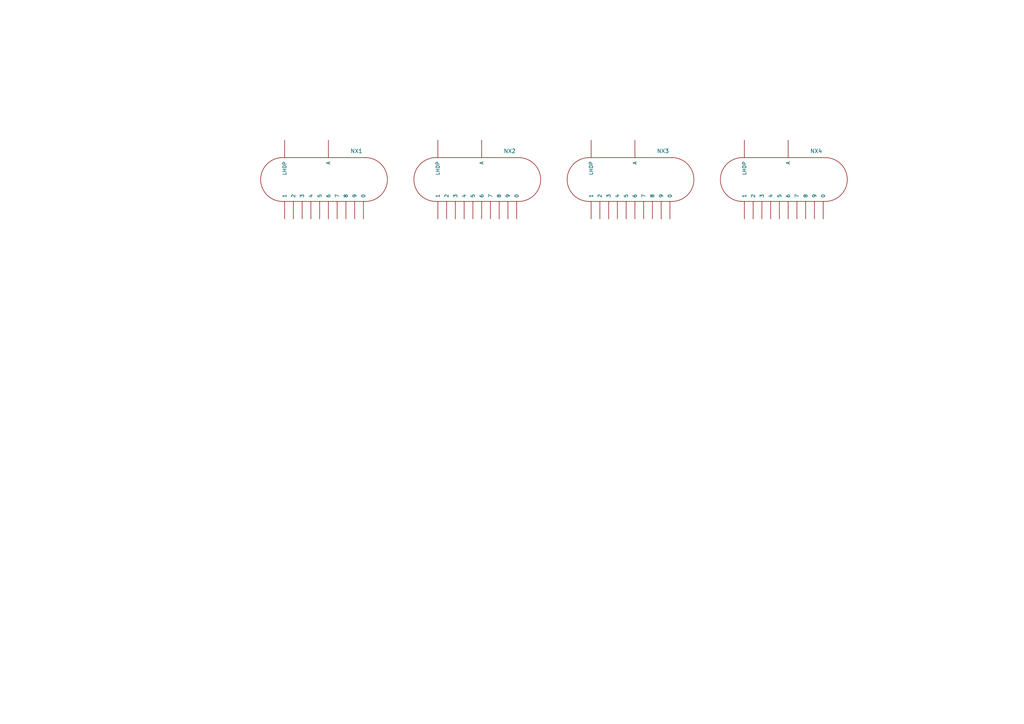
<source format=kicad_sch>
(kicad_sch (version 20231120) (generator "eeschema") (generator_version "8.0")
  (paper "A4")
  (lib_symbols
    (symbol "nixies-us:IN-12BIN-12-DSUB" (pin_numbers hide) (pin_names (offset 1.016))
      (property "Reference" "NX" (at -4.445 20.955 0))
      (symbol "IN-12BIN-12-DSUB_1_0"
        (polyline (pts (xy -7.62 -10.795) (xy -7.62 13.335)))
        (polyline (pts (xy 5.08 -10.795) (xy 5.08 13.335)))
      )
      (symbol "IN-12BIN-12-DSUB_1_1"
        (arc (start -7.62 -10.795) (mid -1.27 -17.1174) (end 5.08 -10.795))
        (arc (start 5.08 13.335) (mid -1.27 19.6574) (end -7.62 13.335))
        (pin bidirectional line (at -12.7 -10.16 0) (length 5.08) (name "0") (number "0"))
        (pin bidirectional line (at -12.7 12.7 0) (length 5.08) (name "1") (number "1"))
        (pin bidirectional line (at -12.7 10.16 0) (length 5.08) (name "2") (number "2"))
        (pin bidirectional line (at -12.7 7.62 0) (length 5.08) (name "3") (number "3"))
        (pin bidirectional line (at -12.7 5.08 0) (length 5.08) (name "4") (number "4"))
        (pin bidirectional line (at -12.7 2.54 0) (length 5.08) (name "5") (number "5"))
        (pin bidirectional line (at -12.7 0 0) (length 5.08) (name "6") (number "6"))
        (pin bidirectional line (at -12.7 -2.54 0) (length 5.08) (name "7") (number "7"))
        (pin bidirectional line (at -12.7 -5.08 0) (length 5.08) (name "8") (number "8"))
        (pin bidirectional line (at -12.7 -7.62 0) (length 5.08) (name "9") (number "9"))
        (pin bidirectional line (at 10.16 0 180) (length 5.08) (name "A") (number "A"))
        (pin bidirectional line (at 10.16 12.7 180) (length 5.08) (name "LHDP") (number "LHDP"))
      )
    )
  )
  (symbol (lib_id "nixies-us:IN-12BIN-12-DSUB") (at 139.7 50.8 90) (unit 1)
    (property "Reference" "NX2" (at 146.05 43.815 90) (effects (font (size 1.143 1.143)) (justify right)))
    (property "Value" "IN-12BIN-12-DSUB" (effects (hide yes)))
    (property "Footprint" "nixies-us_IN-12-DSUB" (effects (hide yes)))
  )
  (symbol (lib_id "nixies-us:IN-12BIN-12-DSUB") (at 95.25 50.8 90) (unit 1)
    (property "Reference" "NX1" (at 101.6 43.815 90) (effects (font (size 1.143 1.143)) (justify right)))
    (property "Value" "IN-12BIN-12-DSUB" (effects (hide yes)))
    (property "Footprint" "nixies-us_IN-12-DSUB" (effects (hide yes)))
  )
  (symbol (lib_id "nixies-us:IN-12BIN-12-DSUB") (at 184.15 50.8 90) (unit 1)
    (property "Reference" "NX3" (at 190.5 43.815 90) (effects (font (size 1.143 1.143)) (justify right)))
    (property "Value" "IN-12BIN-12-DSUB" (effects (hide yes)))
    (property "Footprint" "nixies-us_IN-12-DSUB" (effects (hide yes)))
  )
  (symbol (lib_id "nixies-us:IN-12BIN-12-DSUB") (at 228.6 50.8 90) (unit 1)
    (property "Reference" "NX4" (at 234.95 43.815 90) (effects (font (size 1.143 1.143)) (justify right)))
    (property "Value" "IN-12BIN-12-DSUB" (effects (hide yes)))
    (property "Footprint" "nixies-us_IN-12-DSUB" (effects (hide yes)))
  )
)
</source>
